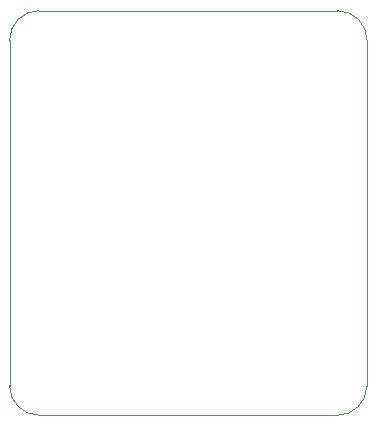
<source format=gtp>
G04*
G04 #@! TF.GenerationSoftware,Altium Limited,Altium Designer,19.1.6 (110)*
G04*
G04 Layer_Color=8421504*
%FSLAX25Y25*%
%MOIN*%
G70*
G01*
G75*
%ADD12C,0.00394*%
D12*
X-49724Y67441D02*
G03*
X-59567Y57598I0J-9843D01*
G01*
Y-57598D02*
G03*
X-49724Y-67441I9843J0D01*
G01*
X49724D02*
G03*
X59567Y-57598I0J9843D01*
G01*
Y57598D02*
G03*
X49724Y67441I-9843J0D01*
G01*
X-49724D02*
X49724D01*
X59567Y-57598D02*
Y57598D01*
X-49724Y-67441D02*
X49724D01*
X-59567Y-57598D02*
Y57598D01*
M02*

</source>
